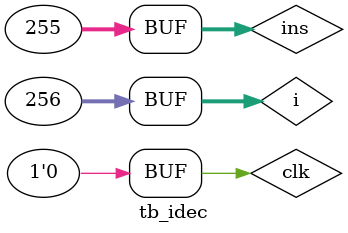
<source format=v>
`timescale 1ns / 1ps


module tb_idec(

    );
    
    reg clk;
    reg [31:0] ins;
    wire [255:0] ins_test;
    wire [7:0] cfg_test;
    integer i;
        
        
    initial begin
    clk = 0;
    ins = 0;
    #100;
    for(i=0; i < 256; i = i + 1)
        begin
            ins = i;
            #10;
            end
    end
    
    
        
        
    cu_idec uut(ins, ins_test, cfg_test);
    
endmodule

</source>
